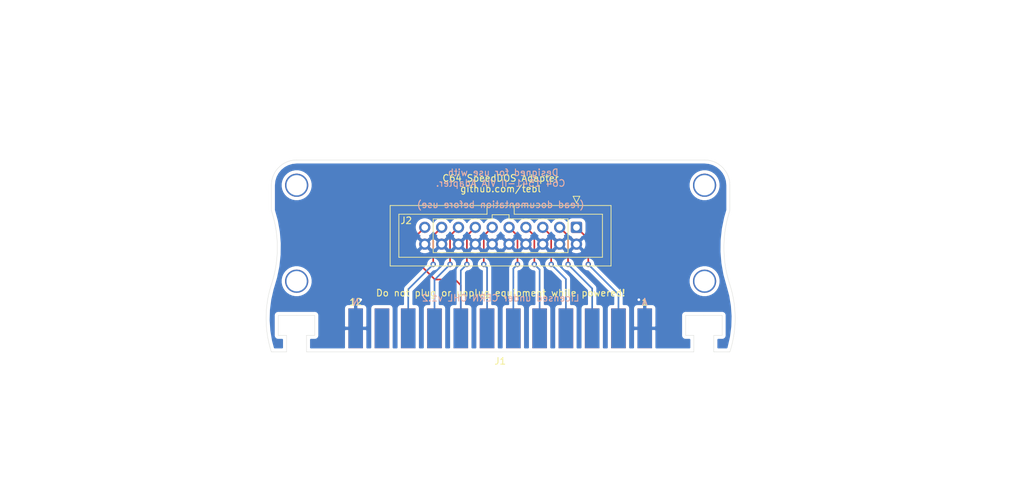
<source format=kicad_pcb>
(kicad_pcb (version 20171130) (host pcbnew "(5.1.8)-1")

  (general
    (thickness 1.6)
    (drawings 34)
    (tracks 58)
    (zones 0)
    (modules 6)
    (nets 12)
  )

  (page A4)
  (layers
    (0 F.Cu signal)
    (31 B.Cu signal)
    (32 B.Adhes user)
    (33 F.Adhes user)
    (34 B.Paste user)
    (35 F.Paste user)
    (36 B.SilkS user)
    (37 F.SilkS user)
    (38 B.Mask user)
    (39 F.Mask user)
    (40 Dwgs.User user)
    (41 Cmts.User user)
    (42 Eco1.User user)
    (43 Eco2.User user)
    (44 Edge.Cuts user)
    (45 Margin user)
    (46 B.CrtYd user)
    (47 F.CrtYd user)
    (48 B.Fab user)
    (49 F.Fab user)
  )

  (setup
    (last_trace_width 0.25)
    (trace_clearance 0.2)
    (zone_clearance 0.508)
    (zone_45_only no)
    (trace_min 0.2)
    (via_size 0.8)
    (via_drill 0.4)
    (via_min_size 0.4)
    (via_min_drill 0.3)
    (uvia_size 0.3)
    (uvia_drill 0.1)
    (uvias_allowed no)
    (uvia_min_size 0.2)
    (uvia_min_drill 0.1)
    (edge_width 0.05)
    (segment_width 0.2)
    (pcb_text_width 0.3)
    (pcb_text_size 1.5 1.5)
    (mod_edge_width 0.12)
    (mod_text_size 1 1)
    (mod_text_width 0.15)
    (pad_size 1.524 1.524)
    (pad_drill 0.762)
    (pad_to_mask_clearance 0)
    (aux_axis_origin 0 0)
    (visible_elements 7FFFFFFF)
    (pcbplotparams
      (layerselection 0x010fc_ffffffff)
      (usegerberextensions false)
      (usegerberattributes true)
      (usegerberadvancedattributes true)
      (creategerberjobfile true)
      (excludeedgelayer true)
      (linewidth 0.100000)
      (plotframeref false)
      (viasonmask false)
      (mode 1)
      (useauxorigin false)
      (hpglpennumber 1)
      (hpglpenspeed 20)
      (hpglpendiameter 15.000000)
      (psnegative false)
      (psa4output false)
      (plotreference true)
      (plotvalue true)
      (plotinvisibletext false)
      (padsonsilk false)
      (subtractmaskfromsilk false)
      (outputformat 1)
      (mirror false)
      (drillshape 1)
      (scaleselection 1)
      (outputdirectory ""))
  )

  (net 0 "")
  (net 1 GND)
  (net 2 /VIA_CA2)
  (net 3 /VIA_PA0)
  (net 4 /VIA_PA1)
  (net 5 /VIA_PA2)
  (net 6 /VIA_PA3)
  (net 7 /VIA_CB1)
  (net 8 /VIA_PA4)
  (net 9 /VIA_PA5)
  (net 10 /VIA_PA6)
  (net 11 /VIA_PA7)

  (net_class Default "This is the default net class."
    (clearance 0.2)
    (trace_width 0.25)
    (via_dia 0.8)
    (via_drill 0.4)
    (uvia_dia 0.3)
    (uvia_drill 0.1)
    (add_net /VIA_CA2)
    (add_net /VIA_CB1)
    (add_net /VIA_PA0)
    (add_net /VIA_PA1)
    (add_net /VIA_PA2)
    (add_net /VIA_PA3)
    (add_net /VIA_PA4)
    (add_net /VIA_PA5)
    (add_net /VIA_PA6)
    (add_net /VIA_PA7)
  )

  (net_class PWR ""
    (clearance 0.2)
    (trace_width 0.381)
    (via_dia 0.8)
    (via_drill 0.4)
    (uvia_dia 0.3)
    (uvia_drill 0.1)
    (add_net GND)
  )

  (module C64_User_Port:C64_User-Port (layer F.Cu) (tedit 604806FD) (tstamp 60486C65)
    (at 173.355 105.41)
    (path /60487E42)
    (fp_text reference J1 (at -21.78 4.95) (layer F.SilkS)
      (effects (font (size 1 1) (thickness 0.15)))
    )
    (fp_text value C64_User_Port (at -21.78 12.87) (layer F.Fab)
      (effects (font (size 1 1) (thickness 0.15)))
    )
    (fp_line (start -45.54 2.97) (end -45.54 -3.96) (layer F.CrtYd) (width 0.12))
    (fp_line (start -56.43 2.97) (end -45.54 2.97) (layer F.CrtYd) (width 0.12))
    (fp_line (start -56.43 14.85) (end -56.43 2.97) (layer F.CrtYd) (width 0.12))
    (fp_line (start 12.87 14.85) (end -56.43 14.85) (layer F.CrtYd) (width 0.12))
    (fp_line (start 12.87 2.97) (end 12.87 14.85) (layer F.CrtYd) (width 0.12))
    (fp_line (start 1.98 2.97) (end 12.87 2.97) (layer F.CrtYd) (width 0.12))
    (fp_line (start 1.98 -3.96) (end 1.98 2.97) (layer F.CrtYd) (width 0.12))
    (fp_line (start -45.54 -3.96) (end 1.98 -3.96) (layer F.CrtYd) (width 0.12))
    (fp_line (start -55.98 2.97) (end -21.78 2.97) (layer Dwgs.User) (width 0.12))
    (fp_line (start 12.42 2.97) (end -21.78 2.97) (layer Dwgs.User) (width 0.12))
    (fp_line (start 12.42 2.97) (end 12.42 9.67) (layer Dwgs.User) (width 0.12))
    (fp_line (start -55.98 2.97) (end -55.98 9.67) (layer Dwgs.User) (width 0.12))
    (fp_line (start 12.42 9.67) (end 5.22 9.67) (layer Dwgs.User) (width 0.12))
    (fp_line (start 5.22 9.67) (end 5.22 14.47) (layer Dwgs.User) (width 0.12))
    (fp_line (start -55.98 9.67) (end -48.78 9.67) (layer Dwgs.User) (width 0.12))
    (fp_line (start -48.78 9.67) (end -48.78 14.47) (layer Dwgs.User) (width 0.12))
    (fp_line (start -48.78 14.47) (end 5.22 14.47) (layer Dwgs.User) (width 0.12))
    (fp_line (start -52.47 8.91) (end -52.47 3.96) (layer Dwgs.User) (width 0.12))
    (fp_line (start 8.91 8.91) (end 8.91 3.96) (layer Dwgs.User) (width 0.12))
    (fp_text user N (at -43.56 -3.96) (layer B.SilkS)
      (effects (font (size 1 1) (thickness 0.15)) (justify mirror))
    )
    (fp_text user A (at 0 -3.96) (layer B.SilkS)
      (effects (font (size 1 1) (thickness 0.15)) (justify mirror))
    )
    (fp_text user 12 (at -43.56 -3.96) (layer F.SilkS)
      (effects (font (size 1 1) (thickness 0.15)))
    )
    (fp_text user 1 (at 0 -3.96) (layer F.SilkS)
      (effects (font (size 1 1) (thickness 0.15)))
    )
    (fp_text user "(this side up)" (at -21.78 10.89) (layer Dwgs.User)
      (effects (font (size 1 1) (thickness 0.15)))
    )
    (pad N smd rect (at -43.56 0) (size 2.2 6) (layers B.Cu B.Paste B.Mask)
      (net 1 GND))
    (pad M smd rect (at -39.6 0) (size 2.2 6) (layers B.Cu B.Paste B.Mask))
    (pad L smd rect (at -35.64 0) (size 2.2 6) (layers B.Cu B.Paste B.Mask)
      (net 11 /VIA_PA7))
    (pad K smd rect (at -31.68 0) (size 2.2 6) (layers B.Cu B.Paste B.Mask)
      (net 10 /VIA_PA6))
    (pad J smd rect (at -27.72 0) (size 2.2 6) (layers B.Cu B.Paste B.Mask)
      (net 9 /VIA_PA5))
    (pad H smd rect (at -23.76 0) (size 2.2 6) (layers B.Cu B.Paste B.Mask)
      (net 8 /VIA_PA4))
    (pad 12 smd rect (at -43.56 0) (size 2.2 6) (layers F.Cu F.Paste F.Mask)
      (net 1 GND))
    (pad 11 smd rect (at -39.6 0) (size 2.2 6) (layers F.Cu F.Paste F.Mask))
    (pad 10 smd rect (at -35.64 0) (size 2.2 6) (layers F.Cu F.Paste F.Mask))
    (pad 9 smd rect (at -31.68 0) (size 2.2 6) (layers F.Cu F.Paste F.Mask))
    (pad 8 smd rect (at -27.72 0) (size 2.2 6) (layers F.Cu F.Paste F.Mask)
      (net 7 /VIA_CB1))
    (pad 7 smd rect (at -23.76 0) (size 2.2 6) (layers F.Cu F.Paste F.Mask))
    (pad F smd rect (at -19.8 0) (size 2.2 6) (layers B.Cu B.Paste B.Mask)
      (net 6 /VIA_PA3))
    (pad E smd rect (at -15.84 0) (size 2.2 6) (layers B.Cu B.Paste B.Mask)
      (net 5 /VIA_PA2))
    (pad D smd rect (at -11.88 0) (size 2.2 6) (layers B.Cu B.Paste B.Mask)
      (net 4 /VIA_PA1))
    (pad C smd rect (at -7.92 0) (size 2.2 6) (layers B.Cu B.Paste B.Mask)
      (net 3 /VIA_PA0))
    (pad B smd rect (at -3.96 0) (size 2.2 6) (layers B.Cu B.Paste B.Mask)
      (net 2 /VIA_CA2))
    (pad A smd rect (at 0 0) (size 2.2 6) (layers B.Cu B.Paste B.Mask)
      (net 1 GND))
    (pad 6 smd rect (at -19.8 0) (size 2.2 6) (layers F.Cu F.Paste F.Mask))
    (pad 5 smd rect (at -15.84 0) (size 2.2 6) (layers F.Cu F.Paste F.Mask))
    (pad 4 smd rect (at -11.88 0) (size 2.2 6) (layers F.Cu F.Paste F.Mask))
    (pad 3 smd rect (at -7.92 0) (size 2.2 6) (layers F.Cu F.Paste F.Mask))
    (pad 2 smd rect (at -3.96 0) (size 2.2 6) (layers F.Cu F.Paste F.Mask))
    (pad 1 smd rect (at 0 0) (size 2.2 6) (layers F.Cu F.Paste F.Mask)
      (net 1 GND))
  )

  (module speed_dos:SpeedDOS_IDC (layer F.Cu) (tedit 6047F66F) (tstamp 60486B90)
    (at 163.068 90.17 270)
    (descr "Through hole IDC box header, 2x10, 2.54mm pitch, DIN 41651 / IEC 60603-13, double rows, https://docs.google.com/spreadsheets/d/16SsEcesNF15N3Lb4niX7dcUr-NY5_MFPQhobNuNppn4/edit#gid=0")
    (tags "Through hole vertical IDC box header THT 2x10 2.54mm double row")
    (path /5EF167B3)
    (fp_text reference J2 (at -1.016 25.654 180) (layer F.SilkS)
      (effects (font (size 1 1) (thickness 0.15)))
    )
    (fp_text value SpeedDOS (at 1.27 29.464 90) (layer F.Fab)
      (effects (font (size 1 1) (thickness 0.15)))
    )
    (fp_line (start -1.27 10.16) (end -1.27 1.27) (layer F.SilkS) (width 0.12))
    (fp_line (start -1.905 10.16) (end -1.27 10.16) (layer F.SilkS) (width 0.12))
    (fp_line (start -1.905 12.7) (end -1.905 10.16) (layer F.SilkS) (width 0.12))
    (fp_line (start -1.27 12.7) (end -1.905 12.7) (layer F.SilkS) (width 0.12))
    (fp_line (start -1.27 21.59) (end -1.27 12.7) (layer F.SilkS) (width 0.12))
    (fp_line (start 3.81 21.59) (end -1.27 21.59) (layer F.SilkS) (width 0.12))
    (fp_line (start 3.81 1.27) (end 3.81 21.59) (layer F.SilkS) (width 0.12))
    (fp_line (start -1.27 1.27) (end 3.81 1.27) (layer F.SilkS) (width 0.12))
    (fp_line (start 6.22 -5.6) (end -3.68 -5.6) (layer F.CrtYd) (width 0.05))
    (fp_line (start 6.22 28.46) (end 6.22 -5.6) (layer F.CrtYd) (width 0.05))
    (fp_line (start -3.68 28.46) (end 6.22 28.46) (layer F.CrtYd) (width 0.05))
    (fp_line (start -3.68 -5.6) (end -3.68 28.46) (layer F.CrtYd) (width 0.05))
    (fp_line (start -4.68 0.5) (end -3.68 0) (layer F.SilkS) (width 0.12))
    (fp_line (start -4.68 -0.5) (end -4.68 0.5) (layer F.SilkS) (width 0.12))
    (fp_line (start -3.68 0) (end -4.68 -0.5) (layer F.SilkS) (width 0.12))
    (fp_line (start -1.98 13.48) (end -3.29 13.48) (layer F.SilkS) (width 0.12))
    (fp_line (start -1.98 13.48) (end -1.98 13.48) (layer F.SilkS) (width 0.12))
    (fp_line (start -1.98 26.77) (end -1.98 13.48) (layer F.SilkS) (width 0.12))
    (fp_line (start 4.52 26.77) (end -1.98 26.77) (layer F.SilkS) (width 0.12))
    (fp_line (start 4.52 -3.91) (end 4.52 26.77) (layer F.SilkS) (width 0.12))
    (fp_line (start -1.98 -3.91) (end 4.52 -3.91) (layer F.SilkS) (width 0.12))
    (fp_line (start -1.98 9.38) (end -1.98 -3.91) (layer F.SilkS) (width 0.12))
    (fp_line (start -3.29 9.38) (end -1.98 9.38) (layer F.SilkS) (width 0.12))
    (fp_line (start -3.29 28.07) (end -3.29 -5.21) (layer F.SilkS) (width 0.12))
    (fp_line (start 5.83 28.07) (end -3.29 28.07) (layer F.SilkS) (width 0.12))
    (fp_line (start 5.83 -5.21) (end 5.83 28.07) (layer F.SilkS) (width 0.12))
    (fp_line (start -3.29 -5.21) (end 5.83 -5.21) (layer F.SilkS) (width 0.12))
    (fp_line (start -1.98 13.48) (end -3.18 13.48) (layer F.Fab) (width 0.1))
    (fp_line (start -1.98 13.48) (end -1.98 13.48) (layer F.Fab) (width 0.1))
    (fp_line (start -1.98 26.77) (end -1.98 13.48) (layer F.Fab) (width 0.1))
    (fp_line (start 4.52 26.77) (end -1.98 26.77) (layer F.Fab) (width 0.1))
    (fp_line (start 4.52 -3.91) (end 4.52 26.77) (layer F.Fab) (width 0.1))
    (fp_line (start -1.98 -3.91) (end 4.52 -3.91) (layer F.Fab) (width 0.1))
    (fp_line (start -1.98 9.38) (end -1.98 -3.91) (layer F.Fab) (width 0.1))
    (fp_line (start -3.18 9.38) (end -1.98 9.38) (layer F.Fab) (width 0.1))
    (fp_line (start -3.18 27.96) (end -3.18 -4.1) (layer F.Fab) (width 0.1))
    (fp_line (start 5.72 27.96) (end -3.18 27.96) (layer F.Fab) (width 0.1))
    (fp_line (start 5.72 -5.1) (end 5.72 27.96) (layer F.Fab) (width 0.1))
    (fp_line (start -2.18 -5.1) (end 5.72 -5.1) (layer F.Fab) (width 0.1))
    (fp_line (start -3.18 -4.1) (end -2.18 -5.1) (layer F.Fab) (width 0.1))
    (fp_text user %R (at 1.27 11.43) (layer F.Fab)
      (effects (font (size 1 1) (thickness 0.15)))
    )
    (pad 11 thru_hole circle (at 2.54 0 270) (size 1.7 1.7) (drill 1) (layers *.Cu *.Mask)
      (net 1 GND))
    (pad 11 thru_hole circle (at 2.54 2.54 270) (size 1.7 1.7) (drill 1) (layers *.Cu *.Mask)
      (net 1 GND))
    (pad 11 thru_hole circle (at 2.54 5.08 270) (size 1.7 1.7) (drill 1) (layers *.Cu *.Mask)
      (net 1 GND))
    (pad 11 thru_hole circle (at 2.54 7.62 270) (size 1.7 1.7) (drill 1) (layers *.Cu *.Mask)
      (net 1 GND))
    (pad 11 thru_hole circle (at 2.54 10.16 270) (size 1.7 1.7) (drill 1) (layers *.Cu *.Mask)
      (net 1 GND))
    (pad 11 thru_hole circle (at 2.54 12.7 270) (size 1.7 1.7) (drill 1) (layers *.Cu *.Mask)
      (net 1 GND))
    (pad 11 thru_hole circle (at 2.54 15.24 270) (size 1.7 1.7) (drill 1) (layers *.Cu *.Mask)
      (net 1 GND))
    (pad 11 thru_hole circle (at 2.54 17.78 270) (size 1.7 1.7) (drill 1) (layers *.Cu *.Mask)
      (net 1 GND))
    (pad 11 thru_hole circle (at 2.54 20.32 270) (size 1.7 1.7) (drill 1) (layers *.Cu *.Mask)
      (net 1 GND))
    (pad 10 thru_hole circle (at 0 22.86 270) (size 1.7 1.7) (drill 1) (layers *.Cu *.Mask)
      (net 7 /VIA_CB1))
    (pad 8 thru_hole circle (at 0 17.78 270) (size 1.7 1.7) (drill 1) (layers *.Cu *.Mask)
      (net 10 /VIA_PA6))
    (pad 6 thru_hole circle (at 0 12.7 270) (size 1.7 1.7) (drill 1) (layers *.Cu *.Mask)
      (net 8 /VIA_PA4))
    (pad 4 thru_hole circle (at 0 7.62 270) (size 1.7 1.7) (drill 1) (layers *.Cu *.Mask)
      (net 5 /VIA_PA2))
    (pad 2 thru_hole circle (at 0 2.54 270) (size 1.7 1.7) (drill 1) (layers *.Cu *.Mask)
      (net 3 /VIA_PA0))
    (pad 11 thru_hole circle (at 2.54 22.86 270) (size 1.7 1.7) (drill 1) (layers *.Cu *.Mask)
      (net 1 GND))
    (pad 9 thru_hole circle (at 0 20.32 270) (size 1.7 1.7) (drill 1) (layers *.Cu *.Mask)
      (net 11 /VIA_PA7))
    (pad 7 thru_hole circle (at 0 15.24 270) (size 1.7 1.7) (drill 1) (layers *.Cu *.Mask)
      (net 9 /VIA_PA5))
    (pad 5 thru_hole circle (at 0 10.16 270) (size 1.7 1.7) (drill 1) (layers *.Cu *.Mask)
      (net 6 /VIA_PA3))
    (pad 3 thru_hole circle (at 0 5.08 270) (size 1.7 1.7) (drill 1) (layers *.Cu *.Mask)
      (net 4 /VIA_PA1))
    (pad 1 thru_hole roundrect (at 0 0 270) (size 1.7 1.7) (drill 1) (layers *.Cu *.Mask) (roundrect_rratio 0.147059)
      (net 2 /VIA_CA2))
    (model ${KISYS3DMOD}/Connector_IDC.3dshapes/IDC-Header_2x10_P2.54mm_Vertical.wrl
      (at (xyz 0 0 0))
      (scale (xyz 1 1 1))
      (rotate (xyz 0 0 0))
    )
  )

  (module mounting:M3_pin (layer F.Cu) (tedit 5F76331A) (tstamp 604882C5)
    (at 120.904 98.298)
    (descr "module 1 pin (ou trou mecanique de percage)")
    (tags DEV)
    (path /604E62DD)
    (fp_text reference M1 (at 0 -3.048) (layer F.Fab) hide
      (effects (font (size 1 1) (thickness 0.15)))
    )
    (fp_text value Mounting (at 0 3) (layer F.Fab) hide
      (effects (font (size 1 1) (thickness 0.15)))
    )
    (fp_circle (center 0 0) (end 2.6 0) (layer F.CrtYd) (width 0.05))
    (fp_circle (center 0 0) (end 2 0.8) (layer F.Fab) (width 0.1))
    (pad 1 thru_hole circle (at 0 0) (size 3.5 3.5) (drill 3.048) (layers *.Cu *.Mask)
      (solder_mask_margin 0.8))
  )

  (module mounting:M3_pin (layer F.Cu) (tedit 5F76331A) (tstamp 60487DAB)
    (at 182.372 98.298)
    (descr "module 1 pin (ou trou mecanique de percage)")
    (tags DEV)
    (path /604E7421)
    (fp_text reference M2 (at 0 -3.048) (layer F.Fab) hide
      (effects (font (size 1 1) (thickness 0.15)))
    )
    (fp_text value Mounting (at 0 3) (layer F.Fab) hide
      (effects (font (size 1 1) (thickness 0.15)))
    )
    (fp_circle (center 0 0) (end 2 0.8) (layer F.Fab) (width 0.1))
    (fp_circle (center 0 0) (end 2.6 0) (layer F.CrtYd) (width 0.05))
    (pad 1 thru_hole circle (at 0 0) (size 3.5 3.5) (drill 3.048) (layers *.Cu *.Mask)
      (solder_mask_margin 0.8))
  )

  (module mounting:M3_pin (layer F.Cu) (tedit 5F76331A) (tstamp 60487CF8)
    (at 182.372 83.82)
    (descr "module 1 pin (ou trou mecanique de percage)")
    (tags DEV)
    (path /604E78AD)
    (fp_text reference M3 (at 0 -3.048) (layer F.Fab) hide
      (effects (font (size 1 1) (thickness 0.15)))
    )
    (fp_text value Mounting (at 0 3) (layer F.Fab) hide
      (effects (font (size 1 1) (thickness 0.15)))
    )
    (fp_circle (center 0 0) (end 2.6 0) (layer F.CrtYd) (width 0.05))
    (fp_circle (center 0 0) (end 2 0.8) (layer F.Fab) (width 0.1))
    (pad 1 thru_hole circle (at 0 0) (size 3.5 3.5) (drill 3.048) (layers *.Cu *.Mask)
      (solder_mask_margin 0.8))
  )

  (module mounting:M3_pin (layer F.Cu) (tedit 5F76331A) (tstamp 60487CFE)
    (at 120.904 83.82)
    (descr "module 1 pin (ou trou mecanique de percage)")
    (tags DEV)
    (path /604E7CA7)
    (fp_text reference M4 (at 0 -3.048) (layer F.Fab) hide
      (effects (font (size 1 1) (thickness 0.15)))
    )
    (fp_text value Mounting (at 0 3) (layer F.Fab) hide
      (effects (font (size 1 1) (thickness 0.15)))
    )
    (fp_circle (center 0 0) (end 2 0.8) (layer F.Fab) (width 0.1))
    (fp_circle (center 0 0) (end 2.6 0) (layer F.CrtYd) (width 0.05))
    (pad 1 thru_hole circle (at 0 0) (size 3.5 3.5) (drill 3.048) (layers *.Cu *.Mask)
      (solder_mask_margin 0.8))
  )

  (gr_arc (start 182.372 83.82) (end 186.182 83.82) (angle -90) (layer Edge.Cuts) (width 0.05) (tstamp 6048838D))
  (gr_arc (start 120.904 83.82) (end 120.904 80.01) (angle -90) (layer Edge.Cuts) (width 0.05))
  (gr_arc (start 132.841999 103.886) (end 117.094 98.806001) (angle -35.75739319) (layer Edge.Cuts) (width 0.05) (tstamp 60488325))
  (gr_arc (start 170.434001 103.886001) (end 186.182 108.966) (angle -35.75739319) (layer Edge.Cuts) (width 0.05))
  (gr_line (start 117.094 108.966) (end 119.38 108.966) (layer Edge.Cuts) (width 0.05) (tstamp 6048826F))
  (gr_line (start 118.13368 106.46156) (end 119.38 106.46156) (layer Edge.Cuts) (width 0.05) (tstamp 60488278))
  (gr_line (start 120.88368 103.46156) (end 118.13368 103.46156) (layer Edge.Cuts) (width 0.05) (tstamp 60488277))
  (gr_line (start 122.38736 106.46156) (end 123.63368 106.46156) (layer Edge.Cuts) (width 0.05) (tstamp 60488276))
  (gr_line (start 118.13368 103.46156) (end 118.13368 106.46156) (layer Edge.Cuts) (width 0.05) (tstamp 60488275))
  (gr_line (start 123.63368 103.46156) (end 123.63368 106.46156) (layer Edge.Cuts) (width 0.05) (tstamp 60488274))
  (gr_line (start 119.38 106.46156) (end 119.38 108.966) (layer Edge.Cuts) (width 0.05) (tstamp 60488272))
  (gr_line (start 120.88368 103.46156) (end 123.63368 103.46156) (layer Edge.Cuts) (width 0.05) (tstamp 60488271))
  (gr_line (start 122.38736 106.46156) (end 122.38736 108.966) (layer Edge.Cuts) (width 0.05) (tstamp 60488270))
  (gr_line (start 183.769 106.46156) (end 185.01532 106.46156) (layer Edge.Cuts) (width 0.05) (tstamp 604881EA))
  (gr_line (start 179.51532 106.46156) (end 180.76164 106.46156) (layer Edge.Cuts) (width 0.05) (tstamp 604881E9))
  (gr_line (start 179.51532 103.46156) (end 179.51532 106.46156) (layer Edge.Cuts) (width 0.05) (tstamp 604881E1))
  (gr_line (start 185.01532 103.46156) (end 185.01532 106.46156) (layer Edge.Cuts) (width 0.05) (tstamp 604881D4))
  (gr_line (start 182.26532 103.46156) (end 185.01532 103.46156) (layer Edge.Cuts) (width 0.05) (tstamp 604881CD))
  (gr_line (start 182.26532 103.46156) (end 179.51532 103.46156) (layer Edge.Cuts) (width 0.05) (tstamp 604881C2))
  (gr_line (start 183.769 106.46156) (end 183.769 108.966) (layer Edge.Cuts) (width 0.05) (tstamp 604881BB))
  (gr_line (start 180.76164 106.46156) (end 180.76164 108.966) (layer Edge.Cuts) (width 0.05) (tstamp 604881B1))
  (gr_line (start 186.182 108.966) (end 183.769 108.966) (layer Edge.Cuts) (width 0.05))
  (gr_text "Do not plug or unplug equipment while powered!" (at 151.638 100.076) (layer F.SilkS) (tstamp 60487B38)
    (effects (font (size 1 1) (thickness 0.15)))
  )
  (gr_text "C64 SpeedDOS Adapter\ngithub.com/tebl" (at 151.638 83.566) (layer F.SilkS) (tstamp 60487593)
    (effects (font (size 1 1) (thickness 0.15)))
  )
  (gr_text "Licensed under CERN OHL v1.2" (at 151.638 100.838) (layer B.SilkS)
    (effects (font (size 1 1) (thickness 0.15)) (justify mirror))
  )
  (gr_text "Designed for use with \nC64 1541-II VIA Adapter.\n\n(read documentation before use)" (at 151.638 84.328) (layer B.SilkS)
    (effects (font (size 1 1) (thickness 0.15)) (justify mirror))
  )
  (gr_line (start 186.182 87.630002) (end 186.182 83.82) (layer Edge.Cuts) (width 0.05) (tstamp 604873BE))
  (gr_line (start 117.094 87.630002) (end 117.094 83.82) (layer Edge.Cuts) (width 0.05) (tstamp 604873BA))
  (gr_arc (start 203.199999 93.218001) (end 186.182 87.630002) (angle -36.3560376) (layer Edge.Cuts) (width 0.05) (tstamp 604873AD))
  (gr_arc (start 100.076001 93.218002) (end 117.094 98.806001) (angle -36.3560376) (layer Edge.Cuts) (width 0.05))
  (gr_line (start 151.638 80.01) (end 182.372 80.01) (layer Edge.Cuts) (width 0.05) (tstamp 6048735C))
  (gr_line (start 151.638 80.01) (end 120.904 80.01) (layer Edge.Cuts) (width 0.05) (tstamp 6048735C))
  (gr_line (start 151.638 108.966) (end 180.76164 108.966) (layer Edge.Cuts) (width 0.05) (tstamp 6048735C))
  (gr_line (start 151.638 108.966) (end 122.38736 108.966) (layer Edge.Cuts) (width 0.05))

  (via (at 130.556 101.092) (size 0.8) (drill 0.4) (layers F.Cu B.Cu) (net 1))
  (segment (start 129.795 101.853) (end 130.556 101.092) (width 0.381) (layer F.Cu) (net 1))
  (segment (start 129.795 105.41) (end 129.795 101.853) (width 0.381) (layer F.Cu) (net 1) (status 10))
  (via (at 172.466 101.092) (size 0.8) (drill 0.4) (layers F.Cu B.Cu) (net 1))
  (segment (start 173.355 101.981) (end 172.466 101.092) (width 0.381) (layer F.Cu) (net 1))
  (segment (start 173.355 105.41) (end 173.355 101.981) (width 0.381) (layer F.Cu) (net 1) (status 10))
  (via (at 164.846 95.758) (size 0.8) (drill 0.4) (layers F.Cu B.Cu) (net 2))
  (segment (start 169.395 100.307) (end 164.846 95.758) (width 0.25) (layer B.Cu) (net 2))
  (segment (start 169.395 105.41) (end 169.395 100.307) (width 0.25) (layer B.Cu) (net 2) (status 10))
  (segment (start 164.846 91.948) (end 163.068 90.17) (width 0.25) (layer F.Cu) (net 2) (status 20))
  (segment (start 164.846 95.758) (end 164.846 91.948) (width 0.25) (layer F.Cu) (net 2))
  (segment (start 165.435 105.41) (end 165.435 99.395) (width 0.25) (layer B.Cu) (net 3) (status 10))
  (via (at 161.798 95.758) (size 0.8) (drill 0.4) (layers F.Cu B.Cu) (net 3))
  (segment (start 165.435 99.395) (end 161.798 95.758) (width 0.25) (layer B.Cu) (net 3))
  (segment (start 161.798 95.758) (end 161.798 91.44) (width 0.25) (layer F.Cu) (net 3))
  (segment (start 161.798 91.44) (end 160.528 90.17) (width 0.25) (layer F.Cu) (net 3) (status 20))
  (via (at 159.258 95.758) (size 0.8) (drill 0.4) (layers F.Cu B.Cu) (net 4))
  (segment (start 161.475 97.975) (end 159.258 95.758) (width 0.25) (layer B.Cu) (net 4))
  (segment (start 161.475 105.41) (end 161.475 97.975) (width 0.25) (layer B.Cu) (net 4) (status 10))
  (segment (start 159.258 95.758) (end 159.258 91.44) (width 0.25) (layer F.Cu) (net 4))
  (segment (start 159.258 91.44) (end 157.988 90.17) (width 0.25) (layer F.Cu) (net 4) (status 20))
  (via (at 156.718 95.758) (size 0.8) (drill 0.4) (layers F.Cu B.Cu) (net 5))
  (segment (start 157.515 96.555) (end 156.718 95.758) (width 0.25) (layer B.Cu) (net 5))
  (segment (start 157.515 105.41) (end 157.515 96.555) (width 0.25) (layer B.Cu) (net 5) (status 10))
  (segment (start 156.718 95.758) (end 156.718 91.44) (width 0.25) (layer F.Cu) (net 5))
  (segment (start 156.718 91.44) (end 155.448 90.17) (width 0.25) (layer F.Cu) (net 5) (status 20))
  (segment (start 153.555 105.41) (end 153.555 97.675) (width 0.25) (layer B.Cu) (net 6) (status 10))
  (via (at 154.178 95.758) (size 0.8) (drill 0.4) (layers F.Cu B.Cu) (net 6))
  (segment (start 153.555 96.381) (end 154.178 95.758) (width 0.25) (layer B.Cu) (net 6))
  (segment (start 153.555 97.675) (end 153.555 96.381) (width 0.25) (layer B.Cu) (net 6))
  (segment (start 154.178 91.44) (end 152.908 90.17) (width 0.25) (layer F.Cu) (net 6) (status 20))
  (segment (start 154.178 95.758) (end 154.178 91.44) (width 0.25) (layer F.Cu) (net 6))
  (segment (start 144.78 98.044) (end 145.635 98.899) (width 0.25) (layer F.Cu) (net 7))
  (segment (start 145.635 98.899) (end 145.635 105.41) (width 0.25) (layer F.Cu) (net 7) (status 20))
  (segment (start 138.684 94.996) (end 141.732 98.044) (width 0.25) (layer F.Cu) (net 7))
  (segment (start 141.732 98.044) (end 144.78 98.044) (width 0.25) (layer F.Cu) (net 7))
  (segment (start 138.684 91.694) (end 138.684 94.996) (width 0.25) (layer F.Cu) (net 7))
  (segment (start 140.208 90.17) (end 138.684 91.694) (width 0.25) (layer F.Cu) (net 7) (status 10))
  (via (at 149.098 95.758004) (size 0.8) (drill 0.4) (layers F.Cu B.Cu) (net 8))
  (segment (start 149.595 96.255004) (end 149.098 95.758004) (width 0.25) (layer B.Cu) (net 8))
  (segment (start 149.595 105.41) (end 149.595 96.255004) (width 0.25) (layer B.Cu) (net 8) (status 10))
  (segment (start 150.368 90.17) (end 149.098 91.44) (width 0.25) (layer F.Cu) (net 8) (status 10))
  (segment (start 149.098 91.44) (end 149.098 95.758004) (width 0.25) (layer F.Cu) (net 8))
  (via (at 146.558 95.757994) (size 0.8) (drill 0.4) (layers F.Cu B.Cu) (net 9))
  (segment (start 146.558 91.44) (end 146.558 95.757994) (width 0.25) (layer F.Cu) (net 9))
  (segment (start 147.828 90.17) (end 146.558 91.44) (width 0.25) (layer F.Cu) (net 9) (status 10))
  (segment (start 145.635 105.41) (end 145.635 96.680994) (width 0.25) (layer B.Cu) (net 9) (status 10))
  (segment (start 145.635 96.680994) (end 146.558 95.757994) (width 0.25) (layer B.Cu) (net 9))
  (via (at 144.018006 95.758) (size 0.8) (drill 0.4) (layers F.Cu B.Cu) (net 10))
  (segment (start 144.018006 91.439994) (end 144.018006 95.758) (width 0.25) (layer F.Cu) (net 10))
  (segment (start 141.675 105.41) (end 141.675 98.101006) (width 0.25) (layer B.Cu) (net 10) (status 10))
  (segment (start 145.288 90.17) (end 144.018006 91.439994) (width 0.25) (layer F.Cu) (net 10) (status 10))
  (segment (start 141.675 98.101006) (end 144.018006 95.758) (width 0.25) (layer B.Cu) (net 10))
  (via (at 141.478 95.758) (size 0.8) (drill 0.4) (layers F.Cu B.Cu) (net 11))
  (segment (start 137.715 105.41) (end 137.715 99.521) (width 0.25) (layer B.Cu) (net 11) (status 10))
  (segment (start 137.715 99.521) (end 141.478 95.758) (width 0.25) (layer B.Cu) (net 11))
  (segment (start 142.748 90.17) (end 141.478 91.44) (width 0.25) (layer F.Cu) (net 11) (status 10))
  (segment (start 141.478 91.44) (end 141.478 95.758) (width 0.25) (layer F.Cu) (net 11))

  (zone (net 1) (net_name GND) (layer B.Cu) (tstamp 0) (hatch edge 0.508)
    (connect_pads (clearance 0.508))
    (min_thickness 0.254)
    (fill yes (arc_segments 32) (thermal_gap 0.508) (thermal_bridge_width 0.508))
    (polygon
      (pts
        (xy 230.505 128.27) (xy 76.2 128.27) (xy 76.2 55.88) (xy 230.505 55.88)
      )
    )
    (filled_polygon
      (pts
        (xy 182.983222 80.733096) (xy 183.571164 80.910606) (xy 184.113436 81.198937) (xy 184.589364 81.587094) (xy 184.980845 82.060314)
        (xy 185.272951 82.600552) (xy 185.454563 83.187244) (xy 185.522001 83.828888) (xy 185.522 87.536069) (xy 185.203233 88.633272)
        (xy 185.199359 88.649408) (xy 185.194788 88.665327) (xy 185.190327 88.685575) (xy 184.853252 90.339105) (xy 184.850071 90.359604)
        (xy 184.846251 90.379972) (xy 184.843716 90.40055) (xy 184.663748 92.078463) (xy 184.66251 92.099171) (xy 184.660624 92.119807)
        (xy 184.660036 92.140533) (xy 184.638772 93.827936) (xy 184.639488 93.84867) (xy 184.639553 93.869391) (xy 184.640919 93.890079)
        (xy 184.778548 95.571994) (xy 184.781211 95.592562) (xy 184.783226 95.613191) (xy 184.786528 95.633629) (xy 184.786532 95.63366)
        (xy 184.786537 95.63368) (xy 185.081833 97.295159) (xy 185.086418 97.315375) (xy 185.090367 97.335733) (xy 185.095585 97.355799)
        (xy 185.545323 98.979921) (xy 185.956889 100.507511) (xy 186.212488 102.038404) (xy 186.317477 103.586929) (xy 186.270857 105.138312)
        (xy 186.073069 106.677738) (xy 185.723783 108.200204) (xy 185.691841 108.306) (xy 184.429 108.306) (xy 184.429 107.12156)
        (xy 184.982901 107.12156) (xy 185.01532 107.124753) (xy 185.047739 107.12156) (xy 185.144703 107.11201) (xy 185.269113 107.07427)
        (xy 185.38377 107.012985) (xy 185.484268 106.930508) (xy 185.566745 106.83001) (xy 185.62803 106.715353) (xy 185.66577 106.590943)
        (xy 185.678513 106.46156) (xy 185.67532 106.429141) (xy 185.67532 103.493979) (xy 185.678513 103.46156) (xy 185.66577 103.332177)
        (xy 185.62803 103.207767) (xy 185.566745 103.09311) (xy 185.484268 102.992612) (xy 185.38377 102.910135) (xy 185.269113 102.84885)
        (xy 185.144703 102.81111) (xy 185.047739 102.80156) (xy 185.01532 102.798367) (xy 184.982901 102.80156) (xy 179.547739 102.80156)
        (xy 179.51532 102.798367) (xy 179.482901 102.80156) (xy 179.385937 102.81111) (xy 179.261527 102.84885) (xy 179.14687 102.910135)
        (xy 179.046372 102.992612) (xy 178.963895 103.09311) (xy 178.90261 103.207767) (xy 178.86487 103.332177) (xy 178.852127 103.46156)
        (xy 178.85532 103.49398) (xy 178.855321 106.429131) (xy 178.852127 106.46156) (xy 178.86487 106.590943) (xy 178.90261 106.715353)
        (xy 178.963895 106.83001) (xy 179.046372 106.930508) (xy 179.14687 107.012985) (xy 179.261527 107.07427) (xy 179.385937 107.11201)
        (xy 179.482901 107.12156) (xy 179.51532 107.124753) (xy 179.547739 107.12156) (xy 180.10164 107.12156) (xy 180.101641 108.306)
        (xy 175.092954 108.306) (xy 175.09 105.69575) (xy 174.93125 105.537) (xy 173.482 105.537) (xy 173.482 105.557)
        (xy 173.228 105.557) (xy 173.228 105.537) (xy 171.77875 105.537) (xy 171.62 105.69575) (xy 171.617046 108.306)
        (xy 171.133072 108.306) (xy 171.133072 102.41) (xy 171.616928 102.41) (xy 171.62 105.12425) (xy 171.77875 105.283)
        (xy 173.228 105.283) (xy 173.228 101.93375) (xy 173.482 101.93375) (xy 173.482 105.283) (xy 174.93125 105.283)
        (xy 175.09 105.12425) (xy 175.093072 102.41) (xy 175.080812 102.285518) (xy 175.044502 102.16582) (xy 174.985537 102.055506)
        (xy 174.906185 101.958815) (xy 174.809494 101.879463) (xy 174.69918 101.820498) (xy 174.579482 101.784188) (xy 174.455 101.771928)
        (xy 173.64075 101.775) (xy 173.482 101.93375) (xy 173.228 101.93375) (xy 173.06925 101.775) (xy 172.255 101.771928)
        (xy 172.130518 101.784188) (xy 172.01082 101.820498) (xy 171.900506 101.879463) (xy 171.803815 101.958815) (xy 171.724463 102.055506)
        (xy 171.665498 102.16582) (xy 171.629188 102.285518) (xy 171.616928 102.41) (xy 171.133072 102.41) (xy 171.120812 102.285518)
        (xy 171.084502 102.16582) (xy 171.025537 102.055506) (xy 170.946185 101.958815) (xy 170.849494 101.879463) (xy 170.73918 101.820498)
        (xy 170.619482 101.784188) (xy 170.495 101.771928) (xy 170.155 101.771928) (xy 170.155 100.344322) (xy 170.158676 100.306999)
        (xy 170.155 100.269676) (xy 170.155 100.269667) (xy 170.144003 100.158014) (xy 170.100546 100.014753) (xy 170.029974 99.882724)
        (xy 169.983972 99.82667) (xy 169.958799 99.795996) (xy 169.958795 99.795992) (xy 169.935001 99.766999) (xy 169.906008 99.743205)
        (xy 168.225901 98.063098) (xy 179.987 98.063098) (xy 179.987 98.532902) (xy 180.078654 98.993679) (xy 180.25844 99.427721)
        (xy 180.51945 99.818349) (xy 180.851651 100.15055) (xy 181.242279 100.41156) (xy 181.676321 100.591346) (xy 182.137098 100.683)
        (xy 182.606902 100.683) (xy 183.067679 100.591346) (xy 183.501721 100.41156) (xy 183.892349 100.15055) (xy 184.22455 99.818349)
        (xy 184.48556 99.427721) (xy 184.665346 98.993679) (xy 184.757 98.532902) (xy 184.757 98.063098) (xy 184.665346 97.602321)
        (xy 184.48556 97.168279) (xy 184.22455 96.777651) (xy 183.892349 96.44545) (xy 183.501721 96.18444) (xy 183.067679 96.004654)
        (xy 182.606902 95.913) (xy 182.137098 95.913) (xy 181.676321 96.004654) (xy 181.242279 96.18444) (xy 180.851651 96.44545)
        (xy 180.51945 96.777651) (xy 180.25844 97.168279) (xy 180.078654 97.602321) (xy 179.987 98.063098) (xy 168.225901 98.063098)
        (xy 165.881 95.718199) (xy 165.881 95.656061) (xy 165.841226 95.456102) (xy 165.763205 95.267744) (xy 165.649937 95.098226)
        (xy 165.505774 94.954063) (xy 165.336256 94.840795) (xy 165.147898 94.762774) (xy 164.947939 94.723) (xy 164.744061 94.723)
        (xy 164.544102 94.762774) (xy 164.355744 94.840795) (xy 164.186226 94.954063) (xy 164.042063 95.098226) (xy 163.928795 95.267744)
        (xy 163.850774 95.456102) (xy 163.811 95.656061) (xy 163.811 95.859939) (xy 163.850774 96.059898) (xy 163.928795 96.248256)
        (xy 164.042063 96.417774) (xy 164.186226 96.561937) (xy 164.355744 96.675205) (xy 164.544102 96.753226) (xy 164.744061 96.793)
        (xy 164.806199 96.793) (xy 168.635001 100.621804) (xy 168.635001 101.771928) (xy 168.295 101.771928) (xy 168.170518 101.784188)
        (xy 168.05082 101.820498) (xy 167.940506 101.879463) (xy 167.843815 101.958815) (xy 167.764463 102.055506) (xy 167.705498 102.16582)
        (xy 167.669188 102.285518) (xy 167.656928 102.41) (xy 167.656928 108.306) (xy 167.173072 108.306) (xy 167.173072 102.41)
        (xy 167.160812 102.285518) (xy 167.124502 102.16582) (xy 167.065537 102.055506) (xy 166.986185 101.958815) (xy 166.889494 101.879463)
        (xy 166.77918 101.820498) (xy 166.659482 101.784188) (xy 166.535 101.771928) (xy 166.195 101.771928) (xy 166.195 99.432325)
        (xy 166.198676 99.395) (xy 166.195 99.357675) (xy 166.195 99.357667) (xy 166.184003 99.246014) (xy 166.140546 99.102753)
        (xy 166.069974 98.970724) (xy 165.975001 98.854999) (xy 165.946003 98.831201) (xy 162.833 95.718199) (xy 162.833 95.656061)
        (xy 162.793226 95.456102) (xy 162.715205 95.267744) (xy 162.601937 95.098226) (xy 162.457774 94.954063) (xy 162.288256 94.840795)
        (xy 162.099898 94.762774) (xy 161.899939 94.723) (xy 161.696061 94.723) (xy 161.496102 94.762774) (xy 161.307744 94.840795)
        (xy 161.138226 94.954063) (xy 160.994063 95.098226) (xy 160.880795 95.267744) (xy 160.802774 95.456102) (xy 160.763 95.656061)
        (xy 160.763 95.859939) (xy 160.802774 96.059898) (xy 160.880795 96.248256) (xy 160.994063 96.417774) (xy 161.138226 96.561937)
        (xy 161.307744 96.675205) (xy 161.496102 96.753226) (xy 161.696061 96.793) (xy 161.758199 96.793) (xy 164.675001 99.709803)
        (xy 164.675001 101.771928) (xy 164.335 101.771928) (xy 164.210518 101.784188) (xy 164.09082 101.820498) (xy 163.980506 101.879463)
        (xy 163.883815 101.958815) (xy 163.804463 102.055506) (xy 163.745498 102.16582) (xy 163.709188 102.285518) (xy 163.696928 102.41)
        (xy 163.696928 108.306) (xy 163.213072 108.306) (xy 163.213072 102.41) (xy 163.200812 102.285518) (xy 163.164502 102.16582)
        (xy 163.105537 102.055506) (xy 163.026185 101.958815) (xy 162.929494 101.879463) (xy 162.81918 101.820498) (xy 162.699482 101.784188)
        (xy 162.575 101.771928) (xy 162.235 101.771928) (xy 162.235 98.012322) (xy 162.238676 97.974999) (xy 162.235 97.937676)
        (xy 162.235 97.937667) (xy 162.224003 97.826014) (xy 162.180546 97.682753) (xy 162.109974 97.550724) (xy 162.064181 97.494925)
        (xy 162.038799 97.463996) (xy 162.038795 97.463992) (xy 162.015001 97.434999) (xy 161.986008 97.411205) (xy 160.293 95.718199)
        (xy 160.293 95.656061) (xy 160.253226 95.456102) (xy 160.175205 95.267744) (xy 160.061937 95.098226) (xy 159.917774 94.954063)
        (xy 159.748256 94.840795) (xy 159.559898 94.762774) (xy 159.359939 94.723) (xy 159.156061 94.723) (xy 158.956102 94.762774)
        (xy 158.767744 94.840795) (xy 158.598226 94.954063) (xy 158.454063 95.098226) (xy 158.340795 95.267744) (xy 158.262774 95.456102)
        (xy 158.223 95.656061) (xy 158.223 95.859939) (xy 158.262774 96.059898) (xy 158.340795 96.248256) (xy 158.454063 96.417774)
        (xy 158.598226 96.561937) (xy 158.767744 96.675205) (xy 158.956102 96.753226) (xy 159.156061 96.793) (xy 159.218199 96.793)
        (xy 160.715001 98.289804) (xy 160.715 101.771928) (xy 160.375 101.771928) (xy 160.250518 101.784188) (xy 160.13082 101.820498)
        (xy 160.020506 101.879463) (xy 159.923815 101.958815) (xy 159.844463 102.055506) (xy 159.785498 102.16582) (xy 159.749188 102.285518)
        (xy 159.736928 102.41) (xy 159.736928 108.306) (xy 159.253072 108.306) (xy 159.253072 102.41) (xy 159.240812 102.285518)
        (xy 159.204502 102.16582) (xy 159.145537 102.055506) (xy 159.066185 101.958815) (xy 158.969494 101.879463) (xy 158.85918 101.820498)
        (xy 158.739482 101.784188) (xy 158.615 101.771928) (xy 158.275 101.771928) (xy 158.275 96.592322) (xy 158.278676 96.554999)
        (xy 158.275 96.517676) (xy 158.275 96.517667) (xy 158.264003 96.406014) (xy 158.220546 96.262753) (xy 158.149974 96.130724)
        (xy 158.055001 96.014999) (xy 158.026002 95.991201) (xy 157.753 95.718198) (xy 157.753 95.656061) (xy 157.713226 95.456102)
        (xy 157.635205 95.267744) (xy 157.521937 95.098226) (xy 157.377774 94.954063) (xy 157.208256 94.840795) (xy 157.019898 94.762774)
        (xy 156.819939 94.723) (xy 156.616061 94.723) (xy 156.416102 94.762774) (xy 156.227744 94.840795) (xy 156.058226 94.954063)
        (xy 155.914063 95.098226) (xy 155.800795 95.267744) (xy 155.722774 95.456102) (xy 155.683 95.656061) (xy 155.683 95.859939)
        (xy 155.722774 96.059898) (xy 155.800795 96.248256) (xy 155.914063 96.417774) (xy 156.058226 96.561937) (xy 156.227744 96.675205)
        (xy 156.416102 96.753226) (xy 156.616061 96.793) (xy 156.678198 96.793) (xy 156.755001 96.869803) (xy 156.755 101.771928)
        (xy 156.415 101.771928) (xy 156.290518 101.784188) (xy 156.17082 101.820498) (xy 156.060506 101.879463) (xy 155.963815 101.958815)
        (xy 155.884463 102.055506) (xy 155.825498 102.16582) (xy 155.789188 102.285518) (xy 155.776928 102.41) (xy 155.776928 108.306)
        (xy 155.293072 108.306) (xy 155.293072 102.41) (xy 155.280812 102.285518) (xy 155.244502 102.16582) (xy 155.185537 102.055506)
        (xy 155.106185 101.958815) (xy 155.009494 101.879463) (xy 154.89918 101.820498) (xy 154.779482 101.784188) (xy 154.655 101.771928)
        (xy 154.315 101.771928) (xy 154.315 96.786026) (xy 154.479898 96.753226) (xy 154.668256 96.675205) (xy 154.837774 96.561937)
        (xy 154.981937 96.417774) (xy 155.095205 96.248256) (xy 155.173226 96.059898) (xy 155.213 95.859939) (xy 155.213 95.656061)
        (xy 155.173226 95.456102) (xy 155.095205 95.267744) (xy 154.981937 95.098226) (xy 154.837774 94.954063) (xy 154.668256 94.840795)
        (xy 154.479898 94.762774) (xy 154.279939 94.723) (xy 154.076061 94.723) (xy 153.876102 94.762774) (xy 153.687744 94.840795)
        (xy 153.518226 94.954063) (xy 153.374063 95.098226) (xy 153.260795 95.267744) (xy 153.182774 95.456102) (xy 153.143 95.656061)
        (xy 153.143 95.718199) (xy 153.043998 95.817201) (xy 153.015 95.840999) (xy 152.991202 95.869997) (xy 152.991201 95.869998)
        (xy 152.920026 95.956724) (xy 152.849454 96.088754) (xy 152.825207 96.168689) (xy 152.805998 96.232014) (xy 152.802355 96.269002)
        (xy 152.791324 96.381) (xy 152.795001 96.418332) (xy 152.795 97.712332) (xy 152.795001 97.712342) (xy 152.795 101.771928)
        (xy 152.455 101.771928) (xy 152.330518 101.784188) (xy 152.21082 101.820498) (xy 152.100506 101.879463) (xy 152.003815 101.958815)
        (xy 151.924463 102.055506) (xy 151.865498 102.16582) (xy 151.829188 102.285518) (xy 151.816928 102.41) (xy 151.816928 108.306)
        (xy 151.333072 108.306) (xy 151.333072 102.41) (xy 151.320812 102.285518) (xy 151.284502 102.16582) (xy 151.225537 102.055506)
        (xy 151.146185 101.958815) (xy 151.049494 101.879463) (xy 150.93918 101.820498) (xy 150.819482 101.784188) (xy 150.695 101.771928)
        (xy 150.355 101.771928) (xy 150.355 96.292326) (xy 150.358676 96.255003) (xy 150.355 96.21768) (xy 150.355 96.217671)
        (xy 150.344003 96.106018) (xy 150.300546 95.962757) (xy 150.284101 95.931991) (xy 150.229974 95.830727) (xy 150.194823 95.787896)
        (xy 150.135001 95.715003) (xy 150.133 95.713361) (xy 150.133 95.656065) (xy 150.093226 95.456106) (xy 150.015205 95.267748)
        (xy 149.901937 95.09823) (xy 149.757774 94.954067) (xy 149.588256 94.840799) (xy 149.399898 94.762778) (xy 149.199939 94.723004)
        (xy 148.996061 94.723004) (xy 148.796102 94.762778) (xy 148.607744 94.840799) (xy 148.438226 94.954067) (xy 148.294063 95.09823)
        (xy 148.180795 95.267748) (xy 148.102774 95.456106) (xy 148.063 95.656065) (xy 148.063 95.859943) (xy 148.102774 96.059902)
        (xy 148.180795 96.24826) (xy 148.294063 96.417778) (xy 148.438226 96.561941) (xy 148.607744 96.675209) (xy 148.796102 96.75323)
        (xy 148.835001 96.760967) (xy 148.835 101.771928) (xy 148.495 101.771928) (xy 148.370518 101.784188) (xy 148.25082 101.820498)
        (xy 148.140506 101.879463) (xy 148.043815 101.958815) (xy 147.964463 102.055506) (xy 147.905498 102.16582) (xy 147.869188 102.285518)
        (xy 147.856928 102.41) (xy 147.856928 108.306) (xy 147.373072 108.306) (xy 147.373072 102.41) (xy 147.360812 102.285518)
        (xy 147.324502 102.16582) (xy 147.265537 102.055506) (xy 147.186185 101.958815) (xy 147.089494 101.879463) (xy 146.97918 101.820498)
        (xy 146.859482 101.784188) (xy 146.735 101.771928) (xy 146.395 101.771928) (xy 146.395 96.995795) (xy 146.597801 96.792994)
        (xy 146.659939 96.792994) (xy 146.859898 96.75322) (xy 147.048256 96.675199) (xy 147.217774 96.561931) (xy 147.361937 96.417768)
        (xy 147.475205 96.24825) (xy 147.553226 96.059892) (xy 147.593 95.859933) (xy 147.593 95.656055) (xy 147.553226 95.456096)
        (xy 147.475205 95.267738) (xy 147.361937 95.09822) (xy 147.217774 94.954057) (xy 147.048256 94.840789) (xy 146.859898 94.762768)
        (xy 146.659939 94.722994) (xy 146.456061 94.722994) (xy 146.256102 94.762768) (xy 146.067744 94.840789) (xy 145.898226 94.954057)
        (xy 145.754063 95.09822) (xy 145.640795 95.267738) (xy 145.562774 95.456096) (xy 145.523 95.656055) (xy 145.523 95.718193)
        (xy 145.123998 96.117195) (xy 145.095 96.140993) (xy 145.071202 96.169991) (xy 145.071201 96.169992) (xy 145.000026 96.256718)
        (xy 144.929454 96.388748) (xy 144.909479 96.454601) (xy 144.886948 96.528878) (xy 144.885998 96.532009) (xy 144.871324 96.680994)
        (xy 144.875001 96.718326) (xy 144.875 101.771928) (xy 144.535 101.771928) (xy 144.410518 101.784188) (xy 144.29082 101.820498)
        (xy 144.180506 101.879463) (xy 144.083815 101.958815) (xy 144.004463 102.055506) (xy 143.945498 102.16582) (xy 143.909188 102.285518)
        (xy 143.896928 102.41) (xy 143.896928 108.306) (xy 143.413072 108.306) (xy 143.413072 102.41) (xy 143.400812 102.285518)
        (xy 143.364502 102.16582) (xy 143.305537 102.055506) (xy 143.226185 101.958815) (xy 143.129494 101.879463) (xy 143.01918 101.820498)
        (xy 142.899482 101.784188) (xy 142.775 101.771928) (xy 142.435 101.771928) (xy 142.435 98.415807) (xy 144.057808 96.793)
        (xy 144.119945 96.793) (xy 144.319904 96.753226) (xy 144.508262 96.675205) (xy 144.67778 96.561937) (xy 144.821943 96.417774)
        (xy 144.935211 96.248256) (xy 145.013232 96.059898) (xy 145.053006 95.859939) (xy 145.053006 95.656061) (xy 145.013232 95.456102)
        (xy 144.935211 95.267744) (xy 144.821943 95.098226) (xy 144.67778 94.954063) (xy 144.508262 94.840795) (xy 144.319904 94.762774)
        (xy 144.119945 94.723) (xy 143.916067 94.723) (xy 143.716108 94.762774) (xy 143.52775 94.840795) (xy 143.358232 94.954063)
        (xy 143.214069 95.098226) (xy 143.100801 95.267744) (xy 143.02278 95.456102) (xy 142.983006 95.656061) (xy 142.983006 95.718198)
        (xy 141.163998 97.537207) (xy 141.135 97.561005) (xy 141.111202 97.590003) (xy 141.111201 97.590004) (xy 141.040026 97.67673)
        (xy 140.969454 97.80876) (xy 140.945319 97.888327) (xy 140.928487 97.943817) (xy 140.925998 97.952021) (xy 140.911324 98.101006)
        (xy 140.915001 98.138338) (xy 140.915 101.771928) (xy 140.575 101.771928) (xy 140.450518 101.784188) (xy 140.33082 101.820498)
        (xy 140.220506 101.879463) (xy 140.123815 101.958815) (xy 140.044463 102.055506) (xy 139.985498 102.16582) (xy 139.949188 102.285518)
        (xy 139.936928 102.41) (xy 139.936928 108.306) (xy 139.453072 108.306) (xy 139.453072 102.41) (xy 139.440812 102.285518)
        (xy 139.404502 102.16582) (xy 139.345537 102.055506) (xy 139.266185 101.958815) (xy 139.169494 101.879463) (xy 139.05918 101.820498)
        (xy 138.939482 101.784188) (xy 138.815 101.771928) (xy 138.475 101.771928) (xy 138.475 99.835801) (xy 141.517802 96.793)
        (xy 141.579939 96.793) (xy 141.779898 96.753226) (xy 141.968256 96.675205) (xy 142.137774 96.561937) (xy 142.281937 96.417774)
        (xy 142.395205 96.248256) (xy 142.473226 96.059898) (xy 142.513 95.859939) (xy 142.513 95.656061) (xy 142.473226 95.456102)
        (xy 142.395205 95.267744) (xy 142.281937 95.098226) (xy 142.137774 94.954063) (xy 141.968256 94.840795) (xy 141.779898 94.762774)
        (xy 141.579939 94.723) (xy 141.376061 94.723) (xy 141.176102 94.762774) (xy 140.987744 94.840795) (xy 140.818226 94.954063)
        (xy 140.674063 95.098226) (xy 140.560795 95.267744) (xy 140.482774 95.456102) (xy 140.443 95.656061) (xy 140.443 95.718198)
        (xy 137.203998 98.957201) (xy 137.175 98.980999) (xy 137.151202 99.009997) (xy 137.151201 99.009998) (xy 137.080026 99.096724)
        (xy 137.009454 99.228754) (xy 136.995658 99.274235) (xy 136.965998 99.372014) (xy 136.956659 99.466834) (xy 136.951324 99.521)
        (xy 136.955001 99.558332) (xy 136.955001 101.771928) (xy 136.615 101.771928) (xy 136.490518 101.784188) (xy 136.37082 101.820498)
        (xy 136.260506 101.879463) (xy 136.163815 101.958815) (xy 136.084463 102.055506) (xy 136.025498 102.16582) (xy 135.989188 102.285518)
        (xy 135.976928 102.41) (xy 135.976928 108.306) (xy 135.493072 108.306) (xy 135.493072 102.41) (xy 135.480812 102.285518)
        (xy 135.444502 102.16582) (xy 135.385537 102.055506) (xy 135.306185 101.958815) (xy 135.209494 101.879463) (xy 135.09918 101.820498)
        (xy 134.979482 101.784188) (xy 134.855 101.771928) (xy 132.655 101.771928) (xy 132.530518 101.784188) (xy 132.41082 101.820498)
        (xy 132.300506 101.879463) (xy 132.203815 101.958815) (xy 132.124463 102.055506) (xy 132.065498 102.16582) (xy 132.029188 102.285518)
        (xy 132.016928 102.41) (xy 132.016928 108.306) (xy 131.532954 108.306) (xy 131.53 105.69575) (xy 131.37125 105.537)
        (xy 129.922 105.537) (xy 129.922 105.557) (xy 129.668 105.557) (xy 129.668 105.537) (xy 128.21875 105.537)
        (xy 128.06 105.69575) (xy 128.057046 108.306) (xy 123.04736 108.306) (xy 123.04736 107.12156) (xy 123.601261 107.12156)
        (xy 123.63368 107.124753) (xy 123.666099 107.12156) (xy 123.763063 107.11201) (xy 123.887473 107.07427) (xy 124.00213 107.012985)
        (xy 124.102628 106.930508) (xy 124.185105 106.83001) (xy 124.24639 106.715353) (xy 124.28413 106.590943) (xy 124.296873 106.46156)
        (xy 124.29368 106.429141) (xy 124.29368 103.493979) (xy 124.296873 103.46156) (xy 124.28413 103.332177) (xy 124.24639 103.207767)
        (xy 124.185105 103.09311) (xy 124.102628 102.992612) (xy 124.00213 102.910135) (xy 123.887473 102.84885) (xy 123.763063 102.81111)
        (xy 123.666099 102.80156) (xy 123.63368 102.798367) (xy 123.601261 102.80156) (xy 118.166099 102.80156) (xy 118.13368 102.798367)
        (xy 118.101261 102.80156) (xy 118.004297 102.81111) (xy 117.879887 102.84885) (xy 117.76523 102.910135) (xy 117.664732 102.992612)
        (xy 117.582255 103.09311) (xy 117.52097 103.207767) (xy 117.48323 103.332177) (xy 117.470487 103.46156) (xy 117.47368 103.49398)
        (xy 117.473681 106.429131) (xy 117.470487 106.46156) (xy 117.48323 106.590943) (xy 117.52097 106.715353) (xy 117.582255 106.83001)
        (xy 117.664732 106.930508) (xy 117.76523 107.012985) (xy 117.879887 107.07427) (xy 118.004297 107.11201) (xy 118.101261 107.12156)
        (xy 118.13368 107.124753) (xy 118.166099 107.12156) (xy 118.72 107.12156) (xy 118.720001 108.306) (xy 117.599716 108.306)
        (xy 117.319111 107.264492) (xy 117.063512 105.733596) (xy 116.958523 104.185072) (xy 117.005143 102.633689) (xy 117.033882 102.41)
        (xy 128.056928 102.41) (xy 128.06 105.12425) (xy 128.21875 105.283) (xy 129.668 105.283) (xy 129.668 101.93375)
        (xy 129.922 101.93375) (xy 129.922 105.283) (xy 131.37125 105.283) (xy 131.53 105.12425) (xy 131.533072 102.41)
        (xy 131.520812 102.285518) (xy 131.484502 102.16582) (xy 131.425537 102.055506) (xy 131.346185 101.958815) (xy 131.249494 101.879463)
        (xy 131.13918 101.820498) (xy 131.019482 101.784188) (xy 130.895 101.771928) (xy 130.08075 101.775) (xy 129.922 101.93375)
        (xy 129.668 101.93375) (xy 129.50925 101.775) (xy 128.695 101.771928) (xy 128.570518 101.784188) (xy 128.45082 101.820498)
        (xy 128.340506 101.879463) (xy 128.243815 101.958815) (xy 128.164463 102.055506) (xy 128.105498 102.16582) (xy 128.069188 102.285518)
        (xy 128.056928 102.41) (xy 117.033882 102.41) (xy 117.202931 101.094262) (xy 117.552218 99.571793) (xy 117.725831 98.996762)
        (xy 117.726155 98.995461) (xy 117.727794 98.990135) (xy 117.997123 98.063098) (xy 118.519 98.063098) (xy 118.519 98.532902)
        (xy 118.610654 98.993679) (xy 118.79044 99.427721) (xy 119.05145 99.818349) (xy 119.383651 100.15055) (xy 119.774279 100.41156)
        (xy 120.208321 100.591346) (xy 120.669098 100.683) (xy 121.138902 100.683) (xy 121.599679 100.591346) (xy 122.033721 100.41156)
        (xy 122.424349 100.15055) (xy 122.75655 99.818349) (xy 123.01756 99.427721) (xy 123.197346 98.993679) (xy 123.289 98.532902)
        (xy 123.289 98.063098) (xy 123.197346 97.602321) (xy 123.01756 97.168279) (xy 122.75655 96.777651) (xy 122.424349 96.44545)
        (xy 122.033721 96.18444) (xy 121.599679 96.004654) (xy 121.138902 95.913) (xy 120.669098 95.913) (xy 120.208321 96.004654)
        (xy 119.774279 96.18444) (xy 119.383651 96.44545) (xy 119.05145 96.777651) (xy 118.79044 97.168279) (xy 118.610654 97.602321)
        (xy 118.519 98.063098) (xy 117.997123 98.063098) (xy 118.072767 97.802731) (xy 118.076641 97.786595) (xy 118.081212 97.770676)
        (xy 118.085673 97.750428) (xy 118.422748 96.096898) (xy 118.425929 96.076399) (xy 118.429749 96.056031) (xy 118.432284 96.035453)
        (xy 118.612252 94.35754) (xy 118.61349 94.336832) (xy 118.615376 94.316196) (xy 118.615964 94.29547) (xy 118.622983 93.738397)
        (xy 139.359208 93.738397) (xy 139.436843 93.987472) (xy 139.700883 94.113371) (xy 139.984411 94.185339) (xy 140.276531 94.200611)
        (xy 140.566019 94.158599) (xy 140.841747 94.060919) (xy 140.979157 93.987472) (xy 141.056792 93.738397) (xy 141.899208 93.738397)
        (xy 141.976843 93.987472) (xy 142.240883 94.113371) (xy 142.524411 94.185339) (xy 142.816531 94.200611) (xy 143.106019 94.158599)
        (xy 143.381747 94.060919) (xy 143.519157 93.987472) (xy 143.596792 93.738397) (xy 144.439208 93.738397) (xy 144.516843 93.987472)
        (xy 144.780883 94.113371) (xy 145.064411 94.185339) (xy 145.356531 94.200611) (xy 145.646019 94.158599) (xy 145.921747 94.060919)
        (xy 146.059157 93.987472) (xy 146.136792 93.738397) (xy 146.979208 93.738397) (xy 147.056843 93.987472) (xy 147.320883 94.113371)
        (xy 147.604411 94.185339) (xy 147.896531 94.200611) (xy 148.186019 94.158599) (xy 148.461747 94.060919) (xy 148.599157 93.987472)
        (xy 148.676792 93.738397) (xy 149.519208 93.738397) (xy 149.596843 93.987472) (xy 149.860883 94.113371) (xy 150.144411 94.185339)
        (xy 150.436531 94.200611) (xy 150.726019 94.158599) (xy 151.001747 94.060919) (xy 151.139157 93.987472) (xy 151.216792 93.738397)
        (xy 152.059208 93.738397) (xy 152.136843 93.987472) (xy 152.400883 94.113371) (xy 152.684411 94.185339) (xy 152.976531 94.200611)
        (xy 153.266019 94.158599) (xy 153.541747 94.060919) (xy 153.679157 93.987472) (xy 153.756792 93.738397) (xy 154.599208 93.738397)
        (xy 154.676843 93.987472) (xy 154.940883 94.113371) (xy 155.224411 94.185339) (xy 155.516531 94.200611) (xy 155.806019 94.158599)
        (xy 156.081747 94.060919) (xy 156.219157 93.987472) (xy 156.296792 93.738397) (xy 157.139208 93.738397) (xy 157.216843 93.987472)
        (xy 157.480883 94.113371) (xy 157.764411 94.185339) (xy 158.056531 94.200611) (xy 158.346019 94.158599) (xy 158.621747 94.060919)
        (xy 158.759157 93.987472) (xy 158.836792 93.738397) (xy 159.679208 93.738397) (xy 159.756843 93.987472) (xy 160.020883 94.113371)
        (xy 160.304411 94.185339) (xy 160.596531 94.200611) (xy 160.886019 94.158599) (xy 161.161747 94.060919) (xy 161.299157 93.987472)
        (xy 161.376792 93.738397) (xy 162.219208 93.738397) (xy 162.296843 93.987472) (xy 162.560883 94.113371) (xy 162.844411 94.185339)
        (xy 163.136531 94.200611) (xy 163.426019 94.158599) (xy 163.701747 94.060919) (xy 163.839157 93.987472) (xy 163.916792 93.738397)
        (xy 163.068 92.889605) (xy 162.219208 93.738397) (xy 161.376792 93.738397) (xy 160.528 92.889605) (xy 159.679208 93.738397)
        (xy 158.836792 93.738397) (xy 157.988 92.889605) (xy 157.139208 93.738397) (xy 156.296792 93.738397) (xy 155.448 92.889605)
        (xy 154.599208 93.738397) (xy 153.756792 93.738397) (xy 152.908 92.889605) (xy 152.059208 93.738397) (xy 151.216792 93.738397)
        (xy 150.368 92.889605) (xy 149.519208 93.738397) (xy 148.676792 93.738397) (xy 147.828 92.889605) (xy 146.979208 93.738397)
        (xy 146.136792 93.738397) (xy 145.288 92.889605) (xy 144.439208 93.738397) (xy 143.596792 93.738397) (xy 142.748 92.889605)
        (xy 141.899208 93.738397) (xy 141.056792 93.738397) (xy 140.208 92.889605) (xy 139.359208 93.738397) (xy 118.622983 93.738397)
        (xy 118.635079 92.778531) (xy 138.717389 92.778531) (xy 138.759401 93.068019) (xy 138.857081 93.343747) (xy 138.930528 93.481157)
        (xy 139.179603 93.558792) (xy 140.028395 92.71) (xy 140.387605 92.71) (xy 141.236397 93.558792) (xy 141.478 93.483486)
        (xy 141.719603 93.558792) (xy 142.568395 92.71) (xy 142.927605 92.71) (xy 143.776397 93.558792) (xy 144.018 93.483486)
        (xy 144.259603 93.558792) (xy 145.108395 92.71) (xy 145.467605 92.71) (xy 146.316397 93.558792) (xy 146.558 93.483486)
        (xy 146.799603 93.558792) (xy 147.648395 92.71) (xy 148.007605 92.71) (xy 148.856397 93.558792) (xy 149.098 93.483486)
        (xy 149.339603 93.558792) (xy 150.188395 92.71) (xy 150.547605 92.71) (xy 151.396397 93.558792) (xy 151.638 93.483486)
        (xy 151.879603 93.558792) (xy 152.728395 92.71) (xy 153.087605 92.71) (xy 153.936397 93.558792) (xy 154.178 93.483486)
        (xy 154.419603 93.558792) (xy 155.268395 92.71) (xy 155.627605 92.71) (xy 156.476397 93.558792) (xy 156.718 93.483486)
        (xy 156.959603 93.558792) (xy 157.808395 92.71) (xy 158.167605 92.71) (xy 159.016397 93.558792) (xy 159.258 93.483486)
        (xy 159.499603 93.558792) (xy 160.348395 92.71) (xy 160.707605 92.71) (xy 161.556397 93.558792) (xy 161.798 93.483486)
        (xy 162.039603 93.558792) (xy 162.888395 92.71) (xy 163.247605 92.71) (xy 164.096397 93.558792) (xy 164.345472 93.481157)
        (xy 164.471371 93.217117) (xy 164.543339 92.933589) (xy 164.558611 92.641469) (xy 164.516599 92.351981) (xy 164.418919 92.076253)
        (xy 164.345472 91.938843) (xy 164.096397 91.861208) (xy 163.247605 92.71) (xy 162.888395 92.71) (xy 162.039603 91.861208)
        (xy 161.798 91.936514) (xy 161.556397 91.861208) (xy 160.707605 92.71) (xy 160.348395 92.71) (xy 159.499603 91.861208)
        (xy 159.258 91.936514) (xy 159.016397 91.861208) (xy 158.167605 92.71) (xy 157.808395 92.71) (xy 156.959603 91.861208)
        (xy 156.718 91.936514) (xy 156.476397 91.861208) (xy 155.627605 92.71) (xy 155.268395 92.71) (xy 154.419603 91.861208)
        (xy 154.178 91.936514) (xy 153.936397 91.861208) (xy 153.087605 92.71) (xy 152.728395 92.71) (xy 151.879603 91.861208)
        (xy 151.638 91.936514) (xy 151.396397 91.861208) (xy 150.547605 92.71) (xy 150.188395 92.71) (xy 149.339603 91.861208)
        (xy 149.098 91.936514) (xy 148.856397 91.861208) (xy 148.007605 92.71) (xy 147.648395 92.71) (xy 146.799603 91.861208)
        (xy 146.558 91.936514) (xy 146.316397 91.861208) (xy 145.467605 92.71) (xy 145.108395 92.71) (xy 144.259603 91.861208)
        (xy 144.018 91.936514) (xy 143.776397 91.861208) (xy 142.927605 92.71) (xy 142.568395 92.71) (xy 141.719603 91.861208)
        (xy 141.478 91.936514) (xy 141.236397 91.861208) (xy 140.387605 92.71) (xy 140.028395 92.71) (xy 139.179603 91.861208)
        (xy 138.930528 91.938843) (xy 138.804629 92.202883) (xy 138.732661 92.486411) (xy 138.717389 92.778531) (xy 118.635079 92.778531)
        (xy 118.637228 92.608067) (xy 118.636512 92.587333) (xy 118.636447 92.566613) (xy 118.635081 92.545924) (xy 118.497452 90.864009)
        (xy 118.494789 90.843443) (xy 118.492774 90.822812) (xy 118.489471 90.80237) (xy 118.489468 90.802344) (xy 118.489464 90.802327)
        (xy 118.351085 90.02374) (xy 138.723 90.02374) (xy 138.723 90.31626) (xy 138.780068 90.603158) (xy 138.89201 90.873411)
        (xy 139.054525 91.116632) (xy 139.261368 91.323475) (xy 139.434729 91.439311) (xy 139.359208 91.681603) (xy 140.208 92.530395)
        (xy 141.056792 91.681603) (xy 140.981271 91.439311) (xy 141.154632 91.323475) (xy 141.361475 91.116632) (xy 141.478 90.94224)
        (xy 141.594525 91.116632) (xy 141.801368 91.323475) (xy 141.974729 91.439311) (xy 141.899208 91.681603) (xy 142.748 92.530395)
        (xy 143.596792 91.681603) (xy 143.521271 91.439311) (xy 143.694632 91.323475) (xy 143.901475 91.116632) (xy 144.018 90.94224)
        (xy 144.134525 91.116632) (xy 144.341368 91.323475) (xy 144.514729 91.439311) (xy 144.439208 91.681603) (xy 145.288 92.530395)
        (xy 146.136792 91.681603) (xy 146.061271 91.439311) (xy 146.234632 91.323475) (xy 146.441475 91.116632) (xy 146.558 90.94224)
        (xy 146.674525 91.116632) (xy 146.881368 91.323475) (xy 147.054729 91.439311) (xy 146.979208 91.681603) (xy 147.828 92.530395)
        (xy 148.676792 91.681603) (xy 148.601271 91.439311) (xy 148.774632 91.323475) (xy 148.981475 91.116632) (xy 149.098 90.94224)
        (xy 149.214525 91.116632) (xy 149.421368 91.323475) (xy 149.594729 91.439311) (xy 149.519208 91.681603) (xy 150.368 92.530395)
        (xy 151.216792 91.681603) (xy 151.141271 91.439311) (xy 151.314632 91.323475) (xy 151.521475 91.116632) (xy 151.638 90.94224)
        (xy 151.754525 91.116632) (xy 151.961368 91.323475) (xy 152.134729 91.439311) (xy 152.059208 91.681603) (xy 152.908 92.530395)
        (xy 153.756792 91.681603) (xy 153.681271 91.439311) (xy 153.854632 91.323475) (xy 154.061475 91.116632) (xy 154.178 90.94224)
        (xy 154.294525 91.116632) (xy 154.501368 91.323475) (xy 154.674729 91.439311) (xy 154.599208 91.681603) (xy 155.448 92.530395)
        (xy 156.296792 91.681603) (xy 156.221271 91.439311) (xy 156.394632 91.323475) (xy 156.601475 91.116632) (xy 156.718 90.94224)
        (xy 156.834525 91.116632) (xy 157.041368 91.323475) (xy 157.214729 91.439311) (xy 157.139208 91.681603) (xy 157.988 92.530395)
        (xy 158.836792 91.681603) (xy 158.761271 91.439311) (xy 158.934632 91.323475) (xy 159.141475 91.116632) (xy 159.258 90.94224)
        (xy 159.374525 91.116632) (xy 159.581368 91.323475) (xy 159.754729 91.439311) (xy 159.679208 91.681603) (xy 160.528 92.530395)
        (xy 161.376792 91.681603) (xy 161.301271 91.439311) (xy 161.474632 91.323475) (xy 161.661715 91.136392) (xy 161.729595 91.263386)
        (xy 161.840038 91.397962) (xy 161.974614 91.508405) (xy 162.12815 91.590472) (xy 162.237293 91.62358) (xy 162.219208 91.681603)
        (xy 163.068 92.530395) (xy 163.916792 91.681603) (xy 163.898707 91.62358) (xy 164.00785 91.590472) (xy 164.161386 91.508405)
        (xy 164.295962 91.397962) (xy 164.406405 91.263386) (xy 164.488472 91.10985) (xy 164.539008 90.943254) (xy 164.556072 90.77)
        (xy 164.556072 89.57) (xy 164.539008 89.396746) (xy 164.488472 89.23015) (xy 164.406405 89.076614) (xy 164.295962 88.942038)
        (xy 164.161386 88.831595) (xy 164.00785 88.749528) (xy 163.841254 88.698992) (xy 163.668 88.681928) (xy 162.468 88.681928)
        (xy 162.294746 88.698992) (xy 162.12815 88.749528) (xy 161.974614 88.831595) (xy 161.840038 88.942038) (xy 161.729595 89.076614)
        (xy 161.661715 89.203608) (xy 161.474632 89.016525) (xy 161.231411 88.85401) (xy 160.961158 88.742068) (xy 160.67426 88.685)
        (xy 160.38174 88.685) (xy 160.094842 88.742068) (xy 159.824589 88.85401) (xy 159.581368 89.016525) (xy 159.374525 89.223368)
        (xy 159.258 89.39776) (xy 159.141475 89.223368) (xy 158.934632 89.016525) (xy 158.691411 88.85401) (xy 158.421158 88.742068)
        (xy 158.13426 88.685) (xy 157.84174 88.685) (xy 157.554842 88.742068) (xy 157.284589 88.85401) (xy 157.041368 89.016525)
        (xy 156.834525 89.223368) (xy 156.718 89.39776) (xy 156.601475 89.223368) (xy 156.394632 89.016525) (xy 156.151411 88.85401)
        (xy 155.881158 88.742068) (xy 155.59426 88.685) (xy 155.30174 88.685) (xy 155.014842 88.742068) (xy 154.744589 88.85401)
        (xy 154.501368 89.016525) (xy 154.294525 89.223368) (xy 154.178 89.39776) (xy 154.061475 89.223368) (xy 153.854632 89.016525)
        (xy 153.611411 88.85401) (xy 153.341158 88.742068) (xy 153.05426 88.685) (xy 152.76174 88.685) (xy 152.474842 88.742068)
        (xy 152.204589 88.85401) (xy 151.961368 89.016525) (xy 151.754525 89.223368) (xy 151.638 89.39776) (xy 151.521475 89.223368)
        (xy 151.314632 89.016525) (xy 151.071411 88.85401) (xy 150.801158 88.742068) (xy 150.51426 88.685) (xy 150.22174 88.685)
        (xy 149.934842 88.742068) (xy 149.664589 88.85401) (xy 149.421368 89.016525) (xy 149.214525 89.223368) (xy 149.098 89.39776)
        (xy 148.981475 89.223368) (xy 148.774632 89.016525) (xy 148.531411 88.85401) (xy 148.261158 88.742068) (xy 147.97426 88.685)
        (xy 147.68174 88.685) (xy 147.394842 88.742068) (xy 147.124589 88.85401) (xy 146.881368 89.016525) (xy 146.674525 89.223368)
        (xy 146.558 89.39776) (xy 146.441475 89.223368) (xy 146.234632 89.016525) (xy 145.991411 88.85401) (xy 145.721158 88.742068)
        (xy 145.43426 88.685) (xy 145.14174 88.685) (xy 144.854842 88.742068) (xy 144.584589 88.85401) (xy 144.341368 89.016525)
        (xy 144.134525 89.223368) (xy 144.018 89.39776) (xy 143.901475 89.223368) (xy 143.694632 89.016525) (xy 143.451411 88.85401)
        (xy 143.181158 88.742068) (xy 142.89426 88.685) (xy 142.60174 88.685) (xy 142.314842 88.742068) (xy 142.044589 88.85401)
        (xy 141.801368 89.016525) (xy 141.594525 89.223368) (xy 141.478 89.39776) (xy 141.361475 89.223368) (xy 141.154632 89.016525)
        (xy 140.911411 88.85401) (xy 140.641158 88.742068) (xy 140.35426 88.685) (xy 140.06174 88.685) (xy 139.774842 88.742068)
        (xy 139.504589 88.85401) (xy 139.261368 89.016525) (xy 139.054525 89.223368) (xy 138.89201 89.466589) (xy 138.780068 89.736842)
        (xy 138.723 90.02374) (xy 118.351085 90.02374) (xy 118.194167 89.140844) (xy 118.189582 89.120628) (xy 118.185633 89.10027)
        (xy 118.180415 89.080203) (xy 117.754 87.540308) (xy 117.754 83.852279) (xy 117.780197 83.585098) (xy 118.519 83.585098)
        (xy 118.519 84.054902) (xy 118.610654 84.515679) (xy 118.79044 84.949721) (xy 119.05145 85.340349) (xy 119.383651 85.67255)
        (xy 119.774279 85.93356) (xy 120.208321 86.113346) (xy 120.669098 86.205) (xy 121.138902 86.205) (xy 121.599679 86.113346)
        (xy 122.033721 85.93356) (xy 122.424349 85.67255) (xy 122.75655 85.340349) (xy 123.01756 84.949721) (xy 123.197346 84.515679)
        (xy 123.289 84.054902) (xy 123.289 83.585098) (xy 179.987 83.585098) (xy 179.987 84.054902) (xy 180.078654 84.515679)
        (xy 180.25844 84.949721) (xy 180.51945 85.340349) (xy 180.851651 85.67255) (xy 181.242279 85.93356) (xy 181.676321 86.113346)
        (xy 182.137098 86.205) (xy 182.606902 86.205) (xy 183.067679 86.113346) (xy 183.501721 85.93356) (xy 183.892349 85.67255)
        (xy 184.22455 85.340349) (xy 184.48556 84.949721) (xy 184.665346 84.515679) (xy 184.757 84.054902) (xy 184.757 83.585098)
        (xy 184.665346 83.124321) (xy 184.48556 82.690279) (xy 184.22455 82.299651) (xy 183.892349 81.96745) (xy 183.501721 81.70644)
        (xy 183.067679 81.526654) (xy 182.606902 81.435) (xy 182.137098 81.435) (xy 181.676321 81.526654) (xy 181.242279 81.70644)
        (xy 180.851651 81.96745) (xy 180.51945 82.299651) (xy 180.25844 82.690279) (xy 180.078654 83.124321) (xy 179.987 83.585098)
        (xy 123.289 83.585098) (xy 123.197346 83.124321) (xy 123.01756 82.690279) (xy 122.75655 82.299651) (xy 122.424349 81.96745)
        (xy 122.033721 81.70644) (xy 121.599679 81.526654) (xy 121.138902 81.435) (xy 120.669098 81.435) (xy 120.208321 81.526654)
        (xy 119.774279 81.70644) (xy 119.383651 81.96745) (xy 119.05145 82.299651) (xy 118.79044 82.690279) (xy 118.610654 83.124321)
        (xy 118.519 83.585098) (xy 117.780197 83.585098) (xy 117.817096 83.208778) (xy 117.994606 82.620836) (xy 118.282937 82.078564)
        (xy 118.671094 81.602636) (xy 119.144314 81.211155) (xy 119.684552 80.919049) (xy 120.271244 80.737437) (xy 120.912879 80.67)
        (xy 182.339721 80.67)
      )
    )
  )
)

</source>
